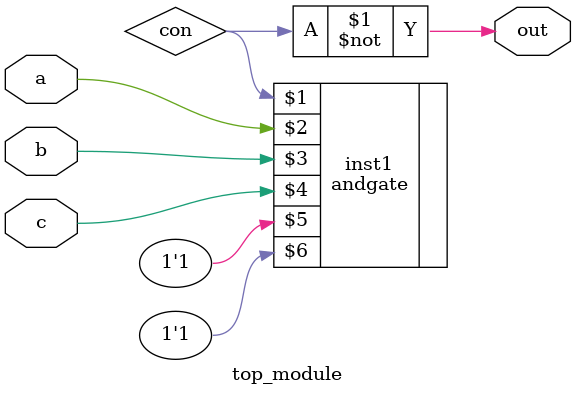
<source format=v>
module top_module (input a, input b, input c, output out);//
	wire con;
    andgate inst1 ( con, a, b, c, 1'b1, 1'b1);
    assign out = ~con;

endmodule

</source>
